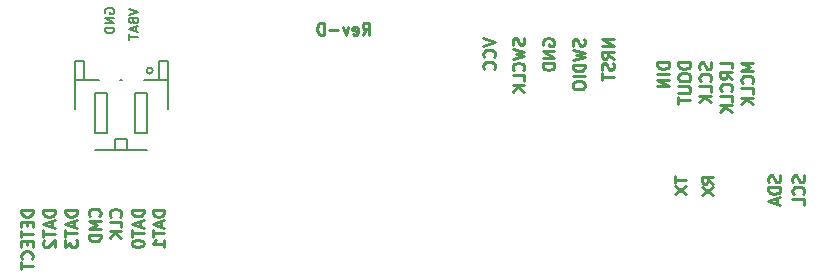
<source format=gbo>
G04 #@! TF.FileFunction,Legend,Bot*
%FSLAX46Y46*%
G04 Gerber Fmt 4.6, Leading zero omitted, Abs format (unit mm)*
G04 Created by KiCad (PCBNEW 4.0.7-e0-6372~58~ubuntu16.10.1) date Sun Oct 29 19:34:23 2017*
%MOMM*%
%LPD*%
G01*
G04 APERTURE LIST*
%ADD10C,0.100000*%
%ADD11C,0.250000*%
%ADD12C,0.200000*%
%ADD13C,0.150000*%
G04 APERTURE END LIST*
D10*
D11*
X159902381Y-95138095D02*
X159902381Y-95709524D01*
X160902381Y-95423809D02*
X159902381Y-95423809D01*
X159902381Y-95947619D02*
X160902381Y-96614286D01*
X159902381Y-96614286D02*
X160902381Y-95947619D01*
X163202381Y-95733334D02*
X162726190Y-95400000D01*
X163202381Y-95161905D02*
X162202381Y-95161905D01*
X162202381Y-95542858D01*
X162250000Y-95638096D01*
X162297619Y-95685715D01*
X162392857Y-95733334D01*
X162535714Y-95733334D01*
X162630952Y-95685715D01*
X162678571Y-95638096D01*
X162726190Y-95542858D01*
X162726190Y-95161905D01*
X162202381Y-96066667D02*
X163202381Y-96733334D01*
X162202381Y-96733334D02*
X163202381Y-96066667D01*
D12*
X111715600Y-81330877D02*
X111677505Y-81254686D01*
X111677505Y-81140401D01*
X111715600Y-81026115D01*
X111791790Y-80949924D01*
X111867981Y-80911829D01*
X112020362Y-80873734D01*
X112134648Y-80873734D01*
X112287029Y-80911829D01*
X112363219Y-80949924D01*
X112439410Y-81026115D01*
X112477505Y-81140401D01*
X112477505Y-81216591D01*
X112439410Y-81330877D01*
X112401314Y-81368972D01*
X112134648Y-81368972D01*
X112134648Y-81216591D01*
X112477505Y-81711829D02*
X111677505Y-81711829D01*
X112477505Y-82168972D01*
X111677505Y-82168972D01*
X112477505Y-82549924D02*
X111677505Y-82549924D01*
X111677505Y-82740400D01*
X111715600Y-82854686D01*
X111791790Y-82930877D01*
X111867981Y-82968972D01*
X112020362Y-83007067D01*
X112134648Y-83007067D01*
X112287029Y-82968972D01*
X112363219Y-82930877D01*
X112439410Y-82854686D01*
X112477505Y-82740400D01*
X112477505Y-82549924D01*
X113696805Y-80918214D02*
X114496805Y-81184881D01*
X113696805Y-81451548D01*
X114077757Y-81984881D02*
X114115852Y-82099167D01*
X114153948Y-82137262D01*
X114230138Y-82175357D01*
X114344424Y-82175357D01*
X114420614Y-82137262D01*
X114458710Y-82099167D01*
X114496805Y-82022976D01*
X114496805Y-81718214D01*
X113696805Y-81718214D01*
X113696805Y-81984881D01*
X113734900Y-82061071D01*
X113772995Y-82099167D01*
X113849186Y-82137262D01*
X113925376Y-82137262D01*
X114001567Y-82099167D01*
X114039662Y-82061071D01*
X114077757Y-81984881D01*
X114077757Y-81718214D01*
X114268233Y-82480119D02*
X114268233Y-82861071D01*
X114496805Y-82403928D02*
X113696805Y-82670595D01*
X114496805Y-82937262D01*
X113696805Y-83089642D02*
X113696805Y-83546785D01*
X114496805Y-83318214D02*
X113696805Y-83318214D01*
D11*
X170838762Y-95050124D02*
X170886381Y-95192981D01*
X170886381Y-95431077D01*
X170838762Y-95526315D01*
X170791143Y-95573934D01*
X170695905Y-95621553D01*
X170600667Y-95621553D01*
X170505429Y-95573934D01*
X170457810Y-95526315D01*
X170410190Y-95431077D01*
X170362571Y-95240600D01*
X170314952Y-95145362D01*
X170267333Y-95097743D01*
X170172095Y-95050124D01*
X170076857Y-95050124D01*
X169981619Y-95097743D01*
X169934000Y-95145362D01*
X169886381Y-95240600D01*
X169886381Y-95478696D01*
X169934000Y-95621553D01*
X170791143Y-96621553D02*
X170838762Y-96573934D01*
X170886381Y-96431077D01*
X170886381Y-96335839D01*
X170838762Y-96192981D01*
X170743524Y-96097743D01*
X170648286Y-96050124D01*
X170457810Y-96002505D01*
X170314952Y-96002505D01*
X170124476Y-96050124D01*
X170029238Y-96097743D01*
X169934000Y-96192981D01*
X169886381Y-96335839D01*
X169886381Y-96431077D01*
X169934000Y-96573934D01*
X169981619Y-96621553D01*
X170886381Y-97526315D02*
X170886381Y-97050124D01*
X169886381Y-97050124D01*
X168806762Y-95051714D02*
X168854381Y-95194571D01*
X168854381Y-95432667D01*
X168806762Y-95527905D01*
X168759143Y-95575524D01*
X168663905Y-95623143D01*
X168568667Y-95623143D01*
X168473429Y-95575524D01*
X168425810Y-95527905D01*
X168378190Y-95432667D01*
X168330571Y-95242190D01*
X168282952Y-95146952D01*
X168235333Y-95099333D01*
X168140095Y-95051714D01*
X168044857Y-95051714D01*
X167949619Y-95099333D01*
X167902000Y-95146952D01*
X167854381Y-95242190D01*
X167854381Y-95480286D01*
X167902000Y-95623143D01*
X168854381Y-96051714D02*
X167854381Y-96051714D01*
X167854381Y-96289809D01*
X167902000Y-96432667D01*
X167997238Y-96527905D01*
X168092476Y-96575524D01*
X168282952Y-96623143D01*
X168425810Y-96623143D01*
X168616286Y-96575524D01*
X168711524Y-96527905D01*
X168806762Y-96432667D01*
X168854381Y-96289809D01*
X168854381Y-96051714D01*
X168568667Y-97004095D02*
X168568667Y-97480286D01*
X168854381Y-96908857D02*
X167854381Y-97242190D01*
X168854381Y-97575524D01*
X166568381Y-85510905D02*
X165568381Y-85510905D01*
X166282667Y-85844239D01*
X165568381Y-86177572D01*
X166568381Y-86177572D01*
X166473143Y-87225191D02*
X166520762Y-87177572D01*
X166568381Y-87034715D01*
X166568381Y-86939477D01*
X166520762Y-86796619D01*
X166425524Y-86701381D01*
X166330286Y-86653762D01*
X166139810Y-86606143D01*
X165996952Y-86606143D01*
X165806476Y-86653762D01*
X165711238Y-86701381D01*
X165616000Y-86796619D01*
X165568381Y-86939477D01*
X165568381Y-87034715D01*
X165616000Y-87177572D01*
X165663619Y-87225191D01*
X166568381Y-88129953D02*
X166568381Y-87653762D01*
X165568381Y-87653762D01*
X166568381Y-88463286D02*
X165568381Y-88463286D01*
X166568381Y-89034715D02*
X165996952Y-88606143D01*
X165568381Y-89034715D02*
X166139810Y-88463286D01*
X164790381Y-85983962D02*
X164790381Y-85507771D01*
X163790381Y-85507771D01*
X164790381Y-86888724D02*
X164314190Y-86555390D01*
X164790381Y-86317295D02*
X163790381Y-86317295D01*
X163790381Y-86698248D01*
X163838000Y-86793486D01*
X163885619Y-86841105D01*
X163980857Y-86888724D01*
X164123714Y-86888724D01*
X164218952Y-86841105D01*
X164266571Y-86793486D01*
X164314190Y-86698248D01*
X164314190Y-86317295D01*
X164695143Y-87888724D02*
X164742762Y-87841105D01*
X164790381Y-87698248D01*
X164790381Y-87603010D01*
X164742762Y-87460152D01*
X164647524Y-87364914D01*
X164552286Y-87317295D01*
X164361810Y-87269676D01*
X164218952Y-87269676D01*
X164028476Y-87317295D01*
X163933238Y-87364914D01*
X163838000Y-87460152D01*
X163790381Y-87603010D01*
X163790381Y-87698248D01*
X163838000Y-87841105D01*
X163885619Y-87888724D01*
X164790381Y-88793486D02*
X164790381Y-88317295D01*
X163790381Y-88317295D01*
X164790381Y-89126819D02*
X163790381Y-89126819D01*
X164790381Y-89698248D02*
X164218952Y-89269676D01*
X163790381Y-89698248D02*
X164361810Y-89126819D01*
X162964762Y-85482324D02*
X163012381Y-85625181D01*
X163012381Y-85863277D01*
X162964762Y-85958515D01*
X162917143Y-86006134D01*
X162821905Y-86053753D01*
X162726667Y-86053753D01*
X162631429Y-86006134D01*
X162583810Y-85958515D01*
X162536190Y-85863277D01*
X162488571Y-85672800D01*
X162440952Y-85577562D01*
X162393333Y-85529943D01*
X162298095Y-85482324D01*
X162202857Y-85482324D01*
X162107619Y-85529943D01*
X162060000Y-85577562D01*
X162012381Y-85672800D01*
X162012381Y-85910896D01*
X162060000Y-86053753D01*
X162917143Y-87053753D02*
X162964762Y-87006134D01*
X163012381Y-86863277D01*
X163012381Y-86768039D01*
X162964762Y-86625181D01*
X162869524Y-86529943D01*
X162774286Y-86482324D01*
X162583810Y-86434705D01*
X162440952Y-86434705D01*
X162250476Y-86482324D01*
X162155238Y-86529943D01*
X162060000Y-86625181D01*
X162012381Y-86768039D01*
X162012381Y-86863277D01*
X162060000Y-87006134D01*
X162107619Y-87053753D01*
X163012381Y-87958515D02*
X163012381Y-87482324D01*
X162012381Y-87482324D01*
X163012381Y-88291848D02*
X162012381Y-88291848D01*
X163012381Y-88863277D02*
X162440952Y-88434705D01*
X162012381Y-88863277D02*
X162583810Y-88291848D01*
X161234381Y-85456924D02*
X160234381Y-85456924D01*
X160234381Y-85695019D01*
X160282000Y-85837877D01*
X160377238Y-85933115D01*
X160472476Y-85980734D01*
X160662952Y-86028353D01*
X160805810Y-86028353D01*
X160996286Y-85980734D01*
X161091524Y-85933115D01*
X161186762Y-85837877D01*
X161234381Y-85695019D01*
X161234381Y-85456924D01*
X160234381Y-86647400D02*
X160234381Y-86837877D01*
X160282000Y-86933115D01*
X160377238Y-87028353D01*
X160567714Y-87075972D01*
X160901048Y-87075972D01*
X161091524Y-87028353D01*
X161186762Y-86933115D01*
X161234381Y-86837877D01*
X161234381Y-86647400D01*
X161186762Y-86552162D01*
X161091524Y-86456924D01*
X160901048Y-86409305D01*
X160567714Y-86409305D01*
X160377238Y-86456924D01*
X160282000Y-86552162D01*
X160234381Y-86647400D01*
X160234381Y-87504543D02*
X161043905Y-87504543D01*
X161139143Y-87552162D01*
X161186762Y-87599781D01*
X161234381Y-87695019D01*
X161234381Y-87885496D01*
X161186762Y-87980734D01*
X161139143Y-88028353D01*
X161043905Y-88075972D01*
X160234381Y-88075972D01*
X160234381Y-88409305D02*
X160234381Y-88980734D01*
X161234381Y-88695019D02*
X160234381Y-88695019D01*
X159456381Y-85463191D02*
X158456381Y-85463191D01*
X158456381Y-85701286D01*
X158504000Y-85844144D01*
X158599238Y-85939382D01*
X158694476Y-85987001D01*
X158884952Y-86034620D01*
X159027810Y-86034620D01*
X159218286Y-85987001D01*
X159313524Y-85939382D01*
X159408762Y-85844144D01*
X159456381Y-85701286D01*
X159456381Y-85463191D01*
X159456381Y-86463191D02*
X158456381Y-86463191D01*
X159456381Y-86939381D02*
X158456381Y-86939381D01*
X159456381Y-87510810D01*
X158456381Y-87510810D01*
X116708181Y-97956881D02*
X115708181Y-97956881D01*
X115708181Y-98194976D01*
X115755800Y-98337834D01*
X115851038Y-98433072D01*
X115946276Y-98480691D01*
X116136752Y-98528310D01*
X116279610Y-98528310D01*
X116470086Y-98480691D01*
X116565324Y-98433072D01*
X116660562Y-98337834D01*
X116708181Y-98194976D01*
X116708181Y-97956881D01*
X116422467Y-98909262D02*
X116422467Y-99385453D01*
X116708181Y-98814024D02*
X115708181Y-99147357D01*
X116708181Y-99480691D01*
X115708181Y-99671167D02*
X115708181Y-100242596D01*
X116708181Y-99956881D02*
X115708181Y-99956881D01*
X116708181Y-101099739D02*
X116708181Y-100528310D01*
X116708181Y-100814024D02*
X115708181Y-100814024D01*
X115851038Y-100718786D01*
X115946276Y-100623548D01*
X115993895Y-100528310D01*
X114955581Y-97944181D02*
X113955581Y-97944181D01*
X113955581Y-98182276D01*
X114003200Y-98325134D01*
X114098438Y-98420372D01*
X114193676Y-98467991D01*
X114384152Y-98515610D01*
X114527010Y-98515610D01*
X114717486Y-98467991D01*
X114812724Y-98420372D01*
X114907962Y-98325134D01*
X114955581Y-98182276D01*
X114955581Y-97944181D01*
X114669867Y-98896562D02*
X114669867Y-99372753D01*
X114955581Y-98801324D02*
X113955581Y-99134657D01*
X114955581Y-99467991D01*
X113955581Y-99658467D02*
X113955581Y-100229896D01*
X114955581Y-99944181D02*
X113955581Y-99944181D01*
X113955581Y-100753705D02*
X113955581Y-100848944D01*
X114003200Y-100944182D01*
X114050819Y-100991801D01*
X114146057Y-101039420D01*
X114336533Y-101087039D01*
X114574629Y-101087039D01*
X114765105Y-101039420D01*
X114860343Y-100991801D01*
X114907962Y-100944182D01*
X114955581Y-100848944D01*
X114955581Y-100753705D01*
X114907962Y-100658467D01*
X114860343Y-100610848D01*
X114765105Y-100563229D01*
X114574629Y-100515610D01*
X114336533Y-100515610D01*
X114146057Y-100563229D01*
X114050819Y-100610848D01*
X114003200Y-100658467D01*
X113955581Y-100753705D01*
X112980743Y-98540962D02*
X113028362Y-98493343D01*
X113075981Y-98350486D01*
X113075981Y-98255248D01*
X113028362Y-98112390D01*
X112933124Y-98017152D01*
X112837886Y-97969533D01*
X112647410Y-97921914D01*
X112504552Y-97921914D01*
X112314076Y-97969533D01*
X112218838Y-98017152D01*
X112123600Y-98112390D01*
X112075981Y-98255248D01*
X112075981Y-98350486D01*
X112123600Y-98493343D01*
X112171219Y-98540962D01*
X113075981Y-99445724D02*
X113075981Y-98969533D01*
X112075981Y-98969533D01*
X113075981Y-99779057D02*
X112075981Y-99779057D01*
X113075981Y-100350486D02*
X112504552Y-99921914D01*
X112075981Y-100350486D02*
X112647410Y-99779057D01*
X111215443Y-98488596D02*
X111263062Y-98440977D01*
X111310681Y-98298120D01*
X111310681Y-98202882D01*
X111263062Y-98060024D01*
X111167824Y-97964786D01*
X111072586Y-97917167D01*
X110882110Y-97869548D01*
X110739252Y-97869548D01*
X110548776Y-97917167D01*
X110453538Y-97964786D01*
X110358300Y-98060024D01*
X110310681Y-98202882D01*
X110310681Y-98298120D01*
X110358300Y-98440977D01*
X110405919Y-98488596D01*
X111310681Y-98917167D02*
X110310681Y-98917167D01*
X111024967Y-99250501D01*
X110310681Y-99583834D01*
X111310681Y-99583834D01*
X111310681Y-100060024D02*
X110310681Y-100060024D01*
X110310681Y-100298119D01*
X110358300Y-100440977D01*
X110453538Y-100536215D01*
X110548776Y-100583834D01*
X110739252Y-100631453D01*
X110882110Y-100631453D01*
X111072586Y-100583834D01*
X111167824Y-100536215D01*
X111263062Y-100440977D01*
X111310681Y-100298119D01*
X111310681Y-100060024D01*
X109329481Y-97956881D02*
X108329481Y-97956881D01*
X108329481Y-98194976D01*
X108377100Y-98337834D01*
X108472338Y-98433072D01*
X108567576Y-98480691D01*
X108758052Y-98528310D01*
X108900910Y-98528310D01*
X109091386Y-98480691D01*
X109186624Y-98433072D01*
X109281862Y-98337834D01*
X109329481Y-98194976D01*
X109329481Y-97956881D01*
X109043767Y-98909262D02*
X109043767Y-99385453D01*
X109329481Y-98814024D02*
X108329481Y-99147357D01*
X109329481Y-99480691D01*
X108329481Y-99671167D02*
X108329481Y-100242596D01*
X109329481Y-99956881D02*
X108329481Y-99956881D01*
X108329481Y-100480691D02*
X108329481Y-101099739D01*
X108710433Y-100766405D01*
X108710433Y-100909263D01*
X108758052Y-101004501D01*
X108805671Y-101052120D01*
X108900910Y-101099739D01*
X109139005Y-101099739D01*
X109234243Y-101052120D01*
X109281862Y-101004501D01*
X109329481Y-100909263D01*
X109329481Y-100623548D01*
X109281862Y-100528310D01*
X109234243Y-100480691D01*
X107449881Y-97982281D02*
X106449881Y-97982281D01*
X106449881Y-98220376D01*
X106497500Y-98363234D01*
X106592738Y-98458472D01*
X106687976Y-98506091D01*
X106878452Y-98553710D01*
X107021310Y-98553710D01*
X107211786Y-98506091D01*
X107307024Y-98458472D01*
X107402262Y-98363234D01*
X107449881Y-98220376D01*
X107449881Y-97982281D01*
X107164167Y-98934662D02*
X107164167Y-99410853D01*
X107449881Y-98839424D02*
X106449881Y-99172757D01*
X107449881Y-99506091D01*
X106449881Y-99696567D02*
X106449881Y-100267996D01*
X107449881Y-99982281D02*
X106449881Y-99982281D01*
X106545119Y-100553710D02*
X106497500Y-100601329D01*
X106449881Y-100696567D01*
X106449881Y-100934663D01*
X106497500Y-101029901D01*
X106545119Y-101077520D01*
X106640357Y-101125139D01*
X106735595Y-101125139D01*
X106878452Y-101077520D01*
X107449881Y-100506091D01*
X107449881Y-101125139D01*
X105582981Y-97964928D02*
X104582981Y-97964928D01*
X104582981Y-98203023D01*
X104630600Y-98345881D01*
X104725838Y-98441119D01*
X104821076Y-98488738D01*
X105011552Y-98536357D01*
X105154410Y-98536357D01*
X105344886Y-98488738D01*
X105440124Y-98441119D01*
X105535362Y-98345881D01*
X105582981Y-98203023D01*
X105582981Y-97964928D01*
X105059171Y-98964928D02*
X105059171Y-99298262D01*
X105582981Y-99441119D02*
X105582981Y-98964928D01*
X104582981Y-98964928D01*
X104582981Y-99441119D01*
X104582981Y-99726833D02*
X104582981Y-100298262D01*
X105582981Y-100012547D02*
X104582981Y-100012547D01*
X105059171Y-100631595D02*
X105059171Y-100964929D01*
X105582981Y-101107786D02*
X105582981Y-100631595D01*
X104582981Y-100631595D01*
X104582981Y-101107786D01*
X105487743Y-102107786D02*
X105535362Y-102060167D01*
X105582981Y-101917310D01*
X105582981Y-101822072D01*
X105535362Y-101679214D01*
X105440124Y-101583976D01*
X105344886Y-101536357D01*
X105154410Y-101488738D01*
X105011552Y-101488738D01*
X104821076Y-101536357D01*
X104725838Y-101583976D01*
X104630600Y-101679214D01*
X104582981Y-101822072D01*
X104582981Y-101917310D01*
X104630600Y-102060167D01*
X104678219Y-102107786D01*
X104582981Y-102393500D02*
X104582981Y-102964929D01*
X105582981Y-102679214D02*
X104582981Y-102679214D01*
X133488247Y-83135181D02*
X133821581Y-82658990D01*
X134059676Y-83135181D02*
X134059676Y-82135181D01*
X133678723Y-82135181D01*
X133583485Y-82182800D01*
X133535866Y-82230419D01*
X133488247Y-82325657D01*
X133488247Y-82468514D01*
X133535866Y-82563752D01*
X133583485Y-82611371D01*
X133678723Y-82658990D01*
X134059676Y-82658990D01*
X132678723Y-83087562D02*
X132773961Y-83135181D01*
X132964438Y-83135181D01*
X133059676Y-83087562D01*
X133107295Y-82992324D01*
X133107295Y-82611371D01*
X133059676Y-82516133D01*
X132964438Y-82468514D01*
X132773961Y-82468514D01*
X132678723Y-82516133D01*
X132631104Y-82611371D01*
X132631104Y-82706610D01*
X133107295Y-82801848D01*
X132297771Y-82468514D02*
X132059676Y-83135181D01*
X131821580Y-82468514D01*
X131440628Y-82754229D02*
X130678723Y-82754229D01*
X130202533Y-83135181D02*
X130202533Y-82135181D01*
X129964438Y-82135181D01*
X129821580Y-82182800D01*
X129726342Y-82278038D01*
X129678723Y-82373276D01*
X129631104Y-82563752D01*
X129631104Y-82706610D01*
X129678723Y-82897086D01*
X129726342Y-82992324D01*
X129821580Y-83087562D01*
X129964438Y-83135181D01*
X130202533Y-83135181D01*
X154744681Y-83536043D02*
X153744681Y-83536043D01*
X154744681Y-84107472D01*
X153744681Y-84107472D01*
X154744681Y-85155091D02*
X154268490Y-84821757D01*
X154744681Y-84583662D02*
X153744681Y-84583662D01*
X153744681Y-84964615D01*
X153792300Y-85059853D01*
X153839919Y-85107472D01*
X153935157Y-85155091D01*
X154078014Y-85155091D01*
X154173252Y-85107472D01*
X154220871Y-85059853D01*
X154268490Y-84964615D01*
X154268490Y-84583662D01*
X154697062Y-85536043D02*
X154744681Y-85678900D01*
X154744681Y-85916996D01*
X154697062Y-86012234D01*
X154649443Y-86059853D01*
X154554205Y-86107472D01*
X154458967Y-86107472D01*
X154363729Y-86059853D01*
X154316110Y-86012234D01*
X154268490Y-85916996D01*
X154220871Y-85726519D01*
X154173252Y-85631281D01*
X154125633Y-85583662D01*
X154030395Y-85536043D01*
X153935157Y-85536043D01*
X153839919Y-85583662D01*
X153792300Y-85631281D01*
X153744681Y-85726519D01*
X153744681Y-85964615D01*
X153792300Y-86107472D01*
X153744681Y-86393186D02*
X153744681Y-86964615D01*
X154744681Y-86678900D02*
X153744681Y-86678900D01*
X152245962Y-83517053D02*
X152293581Y-83659910D01*
X152293581Y-83898006D01*
X152245962Y-83993244D01*
X152198343Y-84040863D01*
X152103105Y-84088482D01*
X152007867Y-84088482D01*
X151912629Y-84040863D01*
X151865010Y-83993244D01*
X151817390Y-83898006D01*
X151769771Y-83707529D01*
X151722152Y-83612291D01*
X151674533Y-83564672D01*
X151579295Y-83517053D01*
X151484057Y-83517053D01*
X151388819Y-83564672D01*
X151341200Y-83612291D01*
X151293581Y-83707529D01*
X151293581Y-83945625D01*
X151341200Y-84088482D01*
X151293581Y-84421815D02*
X152293581Y-84659910D01*
X151579295Y-84850387D01*
X152293581Y-85040863D01*
X151293581Y-85278958D01*
X152293581Y-85659910D02*
X151293581Y-85659910D01*
X151293581Y-85898005D01*
X151341200Y-86040863D01*
X151436438Y-86136101D01*
X151531676Y-86183720D01*
X151722152Y-86231339D01*
X151865010Y-86231339D01*
X152055486Y-86183720D01*
X152150724Y-86136101D01*
X152245962Y-86040863D01*
X152293581Y-85898005D01*
X152293581Y-85659910D01*
X152293581Y-86659910D02*
X151293581Y-86659910D01*
X151293581Y-87326576D02*
X151293581Y-87517053D01*
X151341200Y-87612291D01*
X151436438Y-87707529D01*
X151626914Y-87755148D01*
X151960248Y-87755148D01*
X152150724Y-87707529D01*
X152245962Y-87612291D01*
X152293581Y-87517053D01*
X152293581Y-87326576D01*
X152245962Y-87231338D01*
X152150724Y-87136100D01*
X151960248Y-87088481D01*
X151626914Y-87088481D01*
X151436438Y-87136100D01*
X151341200Y-87231338D01*
X151293581Y-87326576D01*
X148788500Y-84023296D02*
X148740881Y-83928058D01*
X148740881Y-83785201D01*
X148788500Y-83642343D01*
X148883738Y-83547105D01*
X148978976Y-83499486D01*
X149169452Y-83451867D01*
X149312310Y-83451867D01*
X149502786Y-83499486D01*
X149598024Y-83547105D01*
X149693262Y-83642343D01*
X149740881Y-83785201D01*
X149740881Y-83880439D01*
X149693262Y-84023296D01*
X149645643Y-84070915D01*
X149312310Y-84070915D01*
X149312310Y-83880439D01*
X149740881Y-84499486D02*
X148740881Y-84499486D01*
X149740881Y-85070915D01*
X148740881Y-85070915D01*
X149740881Y-85547105D02*
X148740881Y-85547105D01*
X148740881Y-85785200D01*
X148788500Y-85928058D01*
X148883738Y-86023296D01*
X148978976Y-86070915D01*
X149169452Y-86118534D01*
X149312310Y-86118534D01*
X149502786Y-86070915D01*
X149598024Y-86023296D01*
X149693262Y-85928058D01*
X149740881Y-85785200D01*
X149740881Y-85547105D01*
X147140562Y-83437695D02*
X147188181Y-83580552D01*
X147188181Y-83818648D01*
X147140562Y-83913886D01*
X147092943Y-83961505D01*
X146997705Y-84009124D01*
X146902467Y-84009124D01*
X146807229Y-83961505D01*
X146759610Y-83913886D01*
X146711990Y-83818648D01*
X146664371Y-83628171D01*
X146616752Y-83532933D01*
X146569133Y-83485314D01*
X146473895Y-83437695D01*
X146378657Y-83437695D01*
X146283419Y-83485314D01*
X146235800Y-83532933D01*
X146188181Y-83628171D01*
X146188181Y-83866267D01*
X146235800Y-84009124D01*
X146188181Y-84342457D02*
X147188181Y-84580552D01*
X146473895Y-84771029D01*
X147188181Y-84961505D01*
X146188181Y-85199600D01*
X147092943Y-86151981D02*
X147140562Y-86104362D01*
X147188181Y-85961505D01*
X147188181Y-85866267D01*
X147140562Y-85723409D01*
X147045324Y-85628171D01*
X146950086Y-85580552D01*
X146759610Y-85532933D01*
X146616752Y-85532933D01*
X146426276Y-85580552D01*
X146331038Y-85628171D01*
X146235800Y-85723409D01*
X146188181Y-85866267D01*
X146188181Y-85961505D01*
X146235800Y-86104362D01*
X146283419Y-86151981D01*
X147188181Y-87056743D02*
X147188181Y-86580552D01*
X146188181Y-86580552D01*
X147188181Y-87390076D02*
X146188181Y-87390076D01*
X147188181Y-87961505D02*
X146616752Y-87532933D01*
X146188181Y-87961505D02*
X146759610Y-87390076D01*
X143711681Y-83451867D02*
X144711681Y-83785200D01*
X143711681Y-84118534D01*
X144616443Y-85023296D02*
X144664062Y-84975677D01*
X144711681Y-84832820D01*
X144711681Y-84737582D01*
X144664062Y-84594724D01*
X144568824Y-84499486D01*
X144473586Y-84451867D01*
X144283110Y-84404248D01*
X144140252Y-84404248D01*
X143949776Y-84451867D01*
X143854538Y-84499486D01*
X143759300Y-84594724D01*
X143711681Y-84737582D01*
X143711681Y-84832820D01*
X143759300Y-84975677D01*
X143806919Y-85023296D01*
X144616443Y-86023296D02*
X144664062Y-85975677D01*
X144711681Y-85832820D01*
X144711681Y-85737582D01*
X144664062Y-85594724D01*
X144568824Y-85499486D01*
X144473586Y-85451867D01*
X144283110Y-85404248D01*
X144140252Y-85404248D01*
X143949776Y-85451867D01*
X143854538Y-85499486D01*
X143759300Y-85594724D01*
X143711681Y-85737582D01*
X143711681Y-85832820D01*
X143759300Y-85975677D01*
X143806919Y-86023296D01*
D13*
X115714800Y-86178200D02*
G75*
G03X115714800Y-86178200I-250000J0D01*
G01*
X113564800Y-92928200D02*
X113564800Y-91928200D01*
X113564800Y-91928200D02*
X112564800Y-91928200D01*
X112564800Y-91928200D02*
X112564800Y-92928200D01*
X114964800Y-86928200D02*
X116214800Y-86928200D01*
X116214800Y-86928200D02*
X116214800Y-85328200D01*
X116214800Y-85328200D02*
X117014800Y-85328200D01*
X117014800Y-85328200D02*
X117014800Y-89428200D01*
X116214800Y-86928200D02*
X117014800Y-86928200D01*
X111164800Y-86928200D02*
X109914800Y-86928200D01*
X109914800Y-86928200D02*
X109914800Y-85328200D01*
X109914800Y-85328200D02*
X109114800Y-85328200D01*
X109114800Y-85328200D02*
X109114800Y-89428200D01*
X109914800Y-86928200D02*
X109114800Y-86928200D01*
X115264800Y-92928200D02*
X110864800Y-92928200D01*
X115264800Y-88028200D02*
X115264800Y-91428200D01*
X115264800Y-91428200D02*
X114264800Y-91428200D01*
X114264800Y-91428200D02*
X114264800Y-88028200D01*
X114264800Y-88028200D02*
X115264800Y-88028200D01*
X110864800Y-88028200D02*
X110864800Y-91428200D01*
X110864800Y-91428200D02*
X111864800Y-91428200D01*
X111864800Y-91428200D02*
X111864800Y-88028200D01*
X111864800Y-88028200D02*
X110864800Y-88028200D01*
X113164800Y-86928200D02*
X112964800Y-86928200D01*
M02*

</source>
